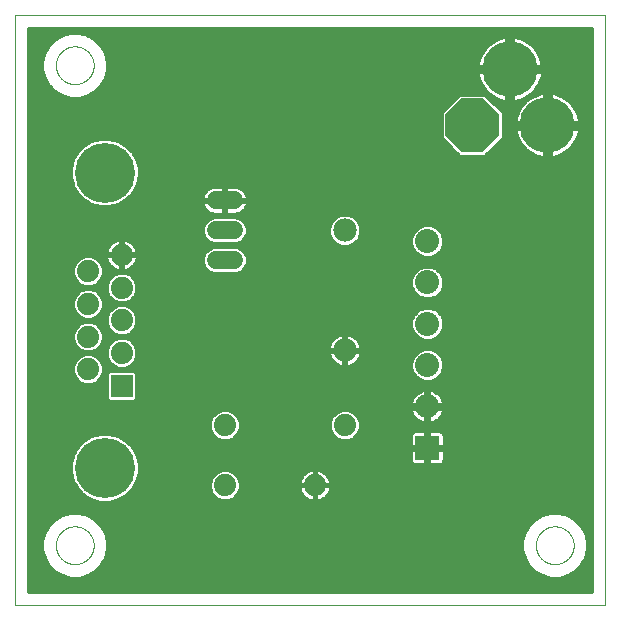
<source format=gbl>
G75*
%MOIN*%
%OFA0B0*%
%FSLAX25Y25*%
%IPPOS*%
%LPD*%
%AMOC8*
5,1,8,0,0,1.08239X$1,22.5*
%
%ADD10C,0.00000*%
%ADD11C,0.07400*%
%ADD12C,0.07800*%
%ADD13C,0.06000*%
%ADD14R,0.07400X0.07400*%
%ADD15C,0.20000*%
%ADD16R,0.08000X0.08000*%
%ADD17C,0.08000*%
%ADD18OC8,0.17717*%
%ADD19C,0.18504*%
%ADD20C,0.01600*%
D10*
X0033632Y0001800D02*
X0033632Y0198650D01*
X0230483Y0198650D01*
X0230483Y0001800D01*
X0033632Y0001800D01*
X0047333Y0021800D02*
X0047335Y0021958D01*
X0047341Y0022116D01*
X0047351Y0022274D01*
X0047365Y0022432D01*
X0047383Y0022589D01*
X0047404Y0022746D01*
X0047430Y0022902D01*
X0047460Y0023058D01*
X0047493Y0023213D01*
X0047531Y0023366D01*
X0047572Y0023519D01*
X0047617Y0023671D01*
X0047666Y0023822D01*
X0047719Y0023971D01*
X0047775Y0024119D01*
X0047835Y0024265D01*
X0047899Y0024410D01*
X0047967Y0024553D01*
X0048038Y0024695D01*
X0048112Y0024835D01*
X0048190Y0024972D01*
X0048272Y0025108D01*
X0048356Y0025242D01*
X0048445Y0025373D01*
X0048536Y0025502D01*
X0048631Y0025629D01*
X0048728Y0025754D01*
X0048829Y0025876D01*
X0048933Y0025995D01*
X0049040Y0026112D01*
X0049150Y0026226D01*
X0049263Y0026337D01*
X0049378Y0026446D01*
X0049496Y0026551D01*
X0049617Y0026653D01*
X0049740Y0026753D01*
X0049866Y0026849D01*
X0049994Y0026942D01*
X0050124Y0027032D01*
X0050257Y0027118D01*
X0050392Y0027202D01*
X0050528Y0027281D01*
X0050667Y0027358D01*
X0050808Y0027430D01*
X0050950Y0027500D01*
X0051094Y0027565D01*
X0051240Y0027627D01*
X0051387Y0027685D01*
X0051536Y0027740D01*
X0051686Y0027791D01*
X0051837Y0027838D01*
X0051989Y0027881D01*
X0052142Y0027920D01*
X0052297Y0027956D01*
X0052452Y0027987D01*
X0052608Y0028015D01*
X0052764Y0028039D01*
X0052921Y0028059D01*
X0053079Y0028075D01*
X0053236Y0028087D01*
X0053395Y0028095D01*
X0053553Y0028099D01*
X0053711Y0028099D01*
X0053869Y0028095D01*
X0054028Y0028087D01*
X0054185Y0028075D01*
X0054343Y0028059D01*
X0054500Y0028039D01*
X0054656Y0028015D01*
X0054812Y0027987D01*
X0054967Y0027956D01*
X0055122Y0027920D01*
X0055275Y0027881D01*
X0055427Y0027838D01*
X0055578Y0027791D01*
X0055728Y0027740D01*
X0055877Y0027685D01*
X0056024Y0027627D01*
X0056170Y0027565D01*
X0056314Y0027500D01*
X0056456Y0027430D01*
X0056597Y0027358D01*
X0056736Y0027281D01*
X0056872Y0027202D01*
X0057007Y0027118D01*
X0057140Y0027032D01*
X0057270Y0026942D01*
X0057398Y0026849D01*
X0057524Y0026753D01*
X0057647Y0026653D01*
X0057768Y0026551D01*
X0057886Y0026446D01*
X0058001Y0026337D01*
X0058114Y0026226D01*
X0058224Y0026112D01*
X0058331Y0025995D01*
X0058435Y0025876D01*
X0058536Y0025754D01*
X0058633Y0025629D01*
X0058728Y0025502D01*
X0058819Y0025373D01*
X0058908Y0025242D01*
X0058992Y0025108D01*
X0059074Y0024972D01*
X0059152Y0024835D01*
X0059226Y0024695D01*
X0059297Y0024553D01*
X0059365Y0024410D01*
X0059429Y0024265D01*
X0059489Y0024119D01*
X0059545Y0023971D01*
X0059598Y0023822D01*
X0059647Y0023671D01*
X0059692Y0023519D01*
X0059733Y0023366D01*
X0059771Y0023213D01*
X0059804Y0023058D01*
X0059834Y0022902D01*
X0059860Y0022746D01*
X0059881Y0022589D01*
X0059899Y0022432D01*
X0059913Y0022274D01*
X0059923Y0022116D01*
X0059929Y0021958D01*
X0059931Y0021800D01*
X0059929Y0021642D01*
X0059923Y0021484D01*
X0059913Y0021326D01*
X0059899Y0021168D01*
X0059881Y0021011D01*
X0059860Y0020854D01*
X0059834Y0020698D01*
X0059804Y0020542D01*
X0059771Y0020387D01*
X0059733Y0020234D01*
X0059692Y0020081D01*
X0059647Y0019929D01*
X0059598Y0019778D01*
X0059545Y0019629D01*
X0059489Y0019481D01*
X0059429Y0019335D01*
X0059365Y0019190D01*
X0059297Y0019047D01*
X0059226Y0018905D01*
X0059152Y0018765D01*
X0059074Y0018628D01*
X0058992Y0018492D01*
X0058908Y0018358D01*
X0058819Y0018227D01*
X0058728Y0018098D01*
X0058633Y0017971D01*
X0058536Y0017846D01*
X0058435Y0017724D01*
X0058331Y0017605D01*
X0058224Y0017488D01*
X0058114Y0017374D01*
X0058001Y0017263D01*
X0057886Y0017154D01*
X0057768Y0017049D01*
X0057647Y0016947D01*
X0057524Y0016847D01*
X0057398Y0016751D01*
X0057270Y0016658D01*
X0057140Y0016568D01*
X0057007Y0016482D01*
X0056872Y0016398D01*
X0056736Y0016319D01*
X0056597Y0016242D01*
X0056456Y0016170D01*
X0056314Y0016100D01*
X0056170Y0016035D01*
X0056024Y0015973D01*
X0055877Y0015915D01*
X0055728Y0015860D01*
X0055578Y0015809D01*
X0055427Y0015762D01*
X0055275Y0015719D01*
X0055122Y0015680D01*
X0054967Y0015644D01*
X0054812Y0015613D01*
X0054656Y0015585D01*
X0054500Y0015561D01*
X0054343Y0015541D01*
X0054185Y0015525D01*
X0054028Y0015513D01*
X0053869Y0015505D01*
X0053711Y0015501D01*
X0053553Y0015501D01*
X0053395Y0015505D01*
X0053236Y0015513D01*
X0053079Y0015525D01*
X0052921Y0015541D01*
X0052764Y0015561D01*
X0052608Y0015585D01*
X0052452Y0015613D01*
X0052297Y0015644D01*
X0052142Y0015680D01*
X0051989Y0015719D01*
X0051837Y0015762D01*
X0051686Y0015809D01*
X0051536Y0015860D01*
X0051387Y0015915D01*
X0051240Y0015973D01*
X0051094Y0016035D01*
X0050950Y0016100D01*
X0050808Y0016170D01*
X0050667Y0016242D01*
X0050528Y0016319D01*
X0050392Y0016398D01*
X0050257Y0016482D01*
X0050124Y0016568D01*
X0049994Y0016658D01*
X0049866Y0016751D01*
X0049740Y0016847D01*
X0049617Y0016947D01*
X0049496Y0017049D01*
X0049378Y0017154D01*
X0049263Y0017263D01*
X0049150Y0017374D01*
X0049040Y0017488D01*
X0048933Y0017605D01*
X0048829Y0017724D01*
X0048728Y0017846D01*
X0048631Y0017971D01*
X0048536Y0018098D01*
X0048445Y0018227D01*
X0048356Y0018358D01*
X0048272Y0018492D01*
X0048190Y0018628D01*
X0048112Y0018765D01*
X0048038Y0018905D01*
X0047967Y0019047D01*
X0047899Y0019190D01*
X0047835Y0019335D01*
X0047775Y0019481D01*
X0047719Y0019629D01*
X0047666Y0019778D01*
X0047617Y0019929D01*
X0047572Y0020081D01*
X0047531Y0020234D01*
X0047493Y0020387D01*
X0047460Y0020542D01*
X0047430Y0020698D01*
X0047404Y0020854D01*
X0047383Y0021011D01*
X0047365Y0021168D01*
X0047351Y0021326D01*
X0047341Y0021484D01*
X0047335Y0021642D01*
X0047333Y0021800D01*
X0207333Y0021800D02*
X0207335Y0021958D01*
X0207341Y0022116D01*
X0207351Y0022274D01*
X0207365Y0022432D01*
X0207383Y0022589D01*
X0207404Y0022746D01*
X0207430Y0022902D01*
X0207460Y0023058D01*
X0207493Y0023213D01*
X0207531Y0023366D01*
X0207572Y0023519D01*
X0207617Y0023671D01*
X0207666Y0023822D01*
X0207719Y0023971D01*
X0207775Y0024119D01*
X0207835Y0024265D01*
X0207899Y0024410D01*
X0207967Y0024553D01*
X0208038Y0024695D01*
X0208112Y0024835D01*
X0208190Y0024972D01*
X0208272Y0025108D01*
X0208356Y0025242D01*
X0208445Y0025373D01*
X0208536Y0025502D01*
X0208631Y0025629D01*
X0208728Y0025754D01*
X0208829Y0025876D01*
X0208933Y0025995D01*
X0209040Y0026112D01*
X0209150Y0026226D01*
X0209263Y0026337D01*
X0209378Y0026446D01*
X0209496Y0026551D01*
X0209617Y0026653D01*
X0209740Y0026753D01*
X0209866Y0026849D01*
X0209994Y0026942D01*
X0210124Y0027032D01*
X0210257Y0027118D01*
X0210392Y0027202D01*
X0210528Y0027281D01*
X0210667Y0027358D01*
X0210808Y0027430D01*
X0210950Y0027500D01*
X0211094Y0027565D01*
X0211240Y0027627D01*
X0211387Y0027685D01*
X0211536Y0027740D01*
X0211686Y0027791D01*
X0211837Y0027838D01*
X0211989Y0027881D01*
X0212142Y0027920D01*
X0212297Y0027956D01*
X0212452Y0027987D01*
X0212608Y0028015D01*
X0212764Y0028039D01*
X0212921Y0028059D01*
X0213079Y0028075D01*
X0213236Y0028087D01*
X0213395Y0028095D01*
X0213553Y0028099D01*
X0213711Y0028099D01*
X0213869Y0028095D01*
X0214028Y0028087D01*
X0214185Y0028075D01*
X0214343Y0028059D01*
X0214500Y0028039D01*
X0214656Y0028015D01*
X0214812Y0027987D01*
X0214967Y0027956D01*
X0215122Y0027920D01*
X0215275Y0027881D01*
X0215427Y0027838D01*
X0215578Y0027791D01*
X0215728Y0027740D01*
X0215877Y0027685D01*
X0216024Y0027627D01*
X0216170Y0027565D01*
X0216314Y0027500D01*
X0216456Y0027430D01*
X0216597Y0027358D01*
X0216736Y0027281D01*
X0216872Y0027202D01*
X0217007Y0027118D01*
X0217140Y0027032D01*
X0217270Y0026942D01*
X0217398Y0026849D01*
X0217524Y0026753D01*
X0217647Y0026653D01*
X0217768Y0026551D01*
X0217886Y0026446D01*
X0218001Y0026337D01*
X0218114Y0026226D01*
X0218224Y0026112D01*
X0218331Y0025995D01*
X0218435Y0025876D01*
X0218536Y0025754D01*
X0218633Y0025629D01*
X0218728Y0025502D01*
X0218819Y0025373D01*
X0218908Y0025242D01*
X0218992Y0025108D01*
X0219074Y0024972D01*
X0219152Y0024835D01*
X0219226Y0024695D01*
X0219297Y0024553D01*
X0219365Y0024410D01*
X0219429Y0024265D01*
X0219489Y0024119D01*
X0219545Y0023971D01*
X0219598Y0023822D01*
X0219647Y0023671D01*
X0219692Y0023519D01*
X0219733Y0023366D01*
X0219771Y0023213D01*
X0219804Y0023058D01*
X0219834Y0022902D01*
X0219860Y0022746D01*
X0219881Y0022589D01*
X0219899Y0022432D01*
X0219913Y0022274D01*
X0219923Y0022116D01*
X0219929Y0021958D01*
X0219931Y0021800D01*
X0219929Y0021642D01*
X0219923Y0021484D01*
X0219913Y0021326D01*
X0219899Y0021168D01*
X0219881Y0021011D01*
X0219860Y0020854D01*
X0219834Y0020698D01*
X0219804Y0020542D01*
X0219771Y0020387D01*
X0219733Y0020234D01*
X0219692Y0020081D01*
X0219647Y0019929D01*
X0219598Y0019778D01*
X0219545Y0019629D01*
X0219489Y0019481D01*
X0219429Y0019335D01*
X0219365Y0019190D01*
X0219297Y0019047D01*
X0219226Y0018905D01*
X0219152Y0018765D01*
X0219074Y0018628D01*
X0218992Y0018492D01*
X0218908Y0018358D01*
X0218819Y0018227D01*
X0218728Y0018098D01*
X0218633Y0017971D01*
X0218536Y0017846D01*
X0218435Y0017724D01*
X0218331Y0017605D01*
X0218224Y0017488D01*
X0218114Y0017374D01*
X0218001Y0017263D01*
X0217886Y0017154D01*
X0217768Y0017049D01*
X0217647Y0016947D01*
X0217524Y0016847D01*
X0217398Y0016751D01*
X0217270Y0016658D01*
X0217140Y0016568D01*
X0217007Y0016482D01*
X0216872Y0016398D01*
X0216736Y0016319D01*
X0216597Y0016242D01*
X0216456Y0016170D01*
X0216314Y0016100D01*
X0216170Y0016035D01*
X0216024Y0015973D01*
X0215877Y0015915D01*
X0215728Y0015860D01*
X0215578Y0015809D01*
X0215427Y0015762D01*
X0215275Y0015719D01*
X0215122Y0015680D01*
X0214967Y0015644D01*
X0214812Y0015613D01*
X0214656Y0015585D01*
X0214500Y0015561D01*
X0214343Y0015541D01*
X0214185Y0015525D01*
X0214028Y0015513D01*
X0213869Y0015505D01*
X0213711Y0015501D01*
X0213553Y0015501D01*
X0213395Y0015505D01*
X0213236Y0015513D01*
X0213079Y0015525D01*
X0212921Y0015541D01*
X0212764Y0015561D01*
X0212608Y0015585D01*
X0212452Y0015613D01*
X0212297Y0015644D01*
X0212142Y0015680D01*
X0211989Y0015719D01*
X0211837Y0015762D01*
X0211686Y0015809D01*
X0211536Y0015860D01*
X0211387Y0015915D01*
X0211240Y0015973D01*
X0211094Y0016035D01*
X0210950Y0016100D01*
X0210808Y0016170D01*
X0210667Y0016242D01*
X0210528Y0016319D01*
X0210392Y0016398D01*
X0210257Y0016482D01*
X0210124Y0016568D01*
X0209994Y0016658D01*
X0209866Y0016751D01*
X0209740Y0016847D01*
X0209617Y0016947D01*
X0209496Y0017049D01*
X0209378Y0017154D01*
X0209263Y0017263D01*
X0209150Y0017374D01*
X0209040Y0017488D01*
X0208933Y0017605D01*
X0208829Y0017724D01*
X0208728Y0017846D01*
X0208631Y0017971D01*
X0208536Y0018098D01*
X0208445Y0018227D01*
X0208356Y0018358D01*
X0208272Y0018492D01*
X0208190Y0018628D01*
X0208112Y0018765D01*
X0208038Y0018905D01*
X0207967Y0019047D01*
X0207899Y0019190D01*
X0207835Y0019335D01*
X0207775Y0019481D01*
X0207719Y0019629D01*
X0207666Y0019778D01*
X0207617Y0019929D01*
X0207572Y0020081D01*
X0207531Y0020234D01*
X0207493Y0020387D01*
X0207460Y0020542D01*
X0207430Y0020698D01*
X0207404Y0020854D01*
X0207383Y0021011D01*
X0207365Y0021168D01*
X0207351Y0021326D01*
X0207341Y0021484D01*
X0207335Y0021642D01*
X0207333Y0021800D01*
X0047333Y0181800D02*
X0047335Y0181958D01*
X0047341Y0182116D01*
X0047351Y0182274D01*
X0047365Y0182432D01*
X0047383Y0182589D01*
X0047404Y0182746D01*
X0047430Y0182902D01*
X0047460Y0183058D01*
X0047493Y0183213D01*
X0047531Y0183366D01*
X0047572Y0183519D01*
X0047617Y0183671D01*
X0047666Y0183822D01*
X0047719Y0183971D01*
X0047775Y0184119D01*
X0047835Y0184265D01*
X0047899Y0184410D01*
X0047967Y0184553D01*
X0048038Y0184695D01*
X0048112Y0184835D01*
X0048190Y0184972D01*
X0048272Y0185108D01*
X0048356Y0185242D01*
X0048445Y0185373D01*
X0048536Y0185502D01*
X0048631Y0185629D01*
X0048728Y0185754D01*
X0048829Y0185876D01*
X0048933Y0185995D01*
X0049040Y0186112D01*
X0049150Y0186226D01*
X0049263Y0186337D01*
X0049378Y0186446D01*
X0049496Y0186551D01*
X0049617Y0186653D01*
X0049740Y0186753D01*
X0049866Y0186849D01*
X0049994Y0186942D01*
X0050124Y0187032D01*
X0050257Y0187118D01*
X0050392Y0187202D01*
X0050528Y0187281D01*
X0050667Y0187358D01*
X0050808Y0187430D01*
X0050950Y0187500D01*
X0051094Y0187565D01*
X0051240Y0187627D01*
X0051387Y0187685D01*
X0051536Y0187740D01*
X0051686Y0187791D01*
X0051837Y0187838D01*
X0051989Y0187881D01*
X0052142Y0187920D01*
X0052297Y0187956D01*
X0052452Y0187987D01*
X0052608Y0188015D01*
X0052764Y0188039D01*
X0052921Y0188059D01*
X0053079Y0188075D01*
X0053236Y0188087D01*
X0053395Y0188095D01*
X0053553Y0188099D01*
X0053711Y0188099D01*
X0053869Y0188095D01*
X0054028Y0188087D01*
X0054185Y0188075D01*
X0054343Y0188059D01*
X0054500Y0188039D01*
X0054656Y0188015D01*
X0054812Y0187987D01*
X0054967Y0187956D01*
X0055122Y0187920D01*
X0055275Y0187881D01*
X0055427Y0187838D01*
X0055578Y0187791D01*
X0055728Y0187740D01*
X0055877Y0187685D01*
X0056024Y0187627D01*
X0056170Y0187565D01*
X0056314Y0187500D01*
X0056456Y0187430D01*
X0056597Y0187358D01*
X0056736Y0187281D01*
X0056872Y0187202D01*
X0057007Y0187118D01*
X0057140Y0187032D01*
X0057270Y0186942D01*
X0057398Y0186849D01*
X0057524Y0186753D01*
X0057647Y0186653D01*
X0057768Y0186551D01*
X0057886Y0186446D01*
X0058001Y0186337D01*
X0058114Y0186226D01*
X0058224Y0186112D01*
X0058331Y0185995D01*
X0058435Y0185876D01*
X0058536Y0185754D01*
X0058633Y0185629D01*
X0058728Y0185502D01*
X0058819Y0185373D01*
X0058908Y0185242D01*
X0058992Y0185108D01*
X0059074Y0184972D01*
X0059152Y0184835D01*
X0059226Y0184695D01*
X0059297Y0184553D01*
X0059365Y0184410D01*
X0059429Y0184265D01*
X0059489Y0184119D01*
X0059545Y0183971D01*
X0059598Y0183822D01*
X0059647Y0183671D01*
X0059692Y0183519D01*
X0059733Y0183366D01*
X0059771Y0183213D01*
X0059804Y0183058D01*
X0059834Y0182902D01*
X0059860Y0182746D01*
X0059881Y0182589D01*
X0059899Y0182432D01*
X0059913Y0182274D01*
X0059923Y0182116D01*
X0059929Y0181958D01*
X0059931Y0181800D01*
X0059929Y0181642D01*
X0059923Y0181484D01*
X0059913Y0181326D01*
X0059899Y0181168D01*
X0059881Y0181011D01*
X0059860Y0180854D01*
X0059834Y0180698D01*
X0059804Y0180542D01*
X0059771Y0180387D01*
X0059733Y0180234D01*
X0059692Y0180081D01*
X0059647Y0179929D01*
X0059598Y0179778D01*
X0059545Y0179629D01*
X0059489Y0179481D01*
X0059429Y0179335D01*
X0059365Y0179190D01*
X0059297Y0179047D01*
X0059226Y0178905D01*
X0059152Y0178765D01*
X0059074Y0178628D01*
X0058992Y0178492D01*
X0058908Y0178358D01*
X0058819Y0178227D01*
X0058728Y0178098D01*
X0058633Y0177971D01*
X0058536Y0177846D01*
X0058435Y0177724D01*
X0058331Y0177605D01*
X0058224Y0177488D01*
X0058114Y0177374D01*
X0058001Y0177263D01*
X0057886Y0177154D01*
X0057768Y0177049D01*
X0057647Y0176947D01*
X0057524Y0176847D01*
X0057398Y0176751D01*
X0057270Y0176658D01*
X0057140Y0176568D01*
X0057007Y0176482D01*
X0056872Y0176398D01*
X0056736Y0176319D01*
X0056597Y0176242D01*
X0056456Y0176170D01*
X0056314Y0176100D01*
X0056170Y0176035D01*
X0056024Y0175973D01*
X0055877Y0175915D01*
X0055728Y0175860D01*
X0055578Y0175809D01*
X0055427Y0175762D01*
X0055275Y0175719D01*
X0055122Y0175680D01*
X0054967Y0175644D01*
X0054812Y0175613D01*
X0054656Y0175585D01*
X0054500Y0175561D01*
X0054343Y0175541D01*
X0054185Y0175525D01*
X0054028Y0175513D01*
X0053869Y0175505D01*
X0053711Y0175501D01*
X0053553Y0175501D01*
X0053395Y0175505D01*
X0053236Y0175513D01*
X0053079Y0175525D01*
X0052921Y0175541D01*
X0052764Y0175561D01*
X0052608Y0175585D01*
X0052452Y0175613D01*
X0052297Y0175644D01*
X0052142Y0175680D01*
X0051989Y0175719D01*
X0051837Y0175762D01*
X0051686Y0175809D01*
X0051536Y0175860D01*
X0051387Y0175915D01*
X0051240Y0175973D01*
X0051094Y0176035D01*
X0050950Y0176100D01*
X0050808Y0176170D01*
X0050667Y0176242D01*
X0050528Y0176319D01*
X0050392Y0176398D01*
X0050257Y0176482D01*
X0050124Y0176568D01*
X0049994Y0176658D01*
X0049866Y0176751D01*
X0049740Y0176847D01*
X0049617Y0176947D01*
X0049496Y0177049D01*
X0049378Y0177154D01*
X0049263Y0177263D01*
X0049150Y0177374D01*
X0049040Y0177488D01*
X0048933Y0177605D01*
X0048829Y0177724D01*
X0048728Y0177846D01*
X0048631Y0177971D01*
X0048536Y0178098D01*
X0048445Y0178227D01*
X0048356Y0178358D01*
X0048272Y0178492D01*
X0048190Y0178628D01*
X0048112Y0178765D01*
X0048038Y0178905D01*
X0047967Y0179047D01*
X0047899Y0179190D01*
X0047835Y0179335D01*
X0047775Y0179481D01*
X0047719Y0179629D01*
X0047666Y0179778D01*
X0047617Y0179929D01*
X0047572Y0180081D01*
X0047531Y0180234D01*
X0047493Y0180387D01*
X0047460Y0180542D01*
X0047430Y0180698D01*
X0047404Y0180854D01*
X0047383Y0181011D01*
X0047365Y0181168D01*
X0047351Y0181326D01*
X0047341Y0181484D01*
X0047335Y0181642D01*
X0047333Y0181800D01*
D11*
X0069223Y0118611D03*
X0058042Y0113139D03*
X0069223Y0107706D03*
X0058042Y0102233D03*
X0069223Y0096800D03*
X0058042Y0091367D03*
X0069223Y0085894D03*
X0058042Y0080461D03*
X0103632Y0061800D03*
X0103632Y0041800D03*
X0133632Y0041800D03*
X0143632Y0061800D03*
D12*
X0143632Y0086800D03*
X0143632Y0126800D03*
D13*
X0106632Y0126800D02*
X0100632Y0126800D01*
X0100632Y0116800D02*
X0106632Y0116800D01*
X0106632Y0136800D02*
X0100632Y0136800D01*
D14*
X0069223Y0074989D03*
D15*
X0063632Y0047587D03*
X0063632Y0146013D03*
D16*
X0171132Y0054300D03*
D17*
X0171132Y0068080D03*
X0171132Y0081859D03*
X0171132Y0095639D03*
X0171132Y0109418D03*
X0171132Y0123198D03*
D18*
X0186132Y0161800D03*
D19*
X0198632Y0180550D03*
X0211132Y0161800D03*
D20*
X0210332Y0161651D02*
X0196591Y0161651D01*
X0196591Y0160053D02*
X0200207Y0160053D01*
X0200219Y0159946D02*
X0200496Y0158736D01*
X0200906Y0157564D01*
X0201444Y0156446D01*
X0202105Y0155394D01*
X0202878Y0154424D01*
X0203756Y0153546D01*
X0204727Y0152772D01*
X0205778Y0152112D01*
X0206896Y0151573D01*
X0208068Y0151163D01*
X0209278Y0150887D01*
X0210332Y0150768D01*
X0210332Y0161000D01*
X0200101Y0161000D01*
X0200219Y0159946D01*
X0200594Y0158454D02*
X0196591Y0158454D01*
X0196591Y0157468D02*
X0190464Y0151342D01*
X0181800Y0151342D01*
X0175674Y0157468D01*
X0175674Y0166132D01*
X0181800Y0172258D01*
X0190464Y0172258D01*
X0196591Y0166132D01*
X0196591Y0157468D01*
X0195978Y0156856D02*
X0201247Y0156856D01*
X0202214Y0155257D02*
X0194380Y0155257D01*
X0192781Y0153659D02*
X0203644Y0153659D01*
X0205885Y0152060D02*
X0191183Y0152060D01*
X0181082Y0152060D02*
X0073535Y0152060D01*
X0072915Y0153135D02*
X0070755Y0155295D01*
X0068110Y0156822D01*
X0065159Y0157613D01*
X0062105Y0157613D01*
X0059155Y0156822D01*
X0056510Y0155295D01*
X0054350Y0153135D01*
X0052823Y0150490D01*
X0052032Y0147540D01*
X0052032Y0144485D01*
X0052823Y0141535D01*
X0054350Y0138890D01*
X0056510Y0136730D01*
X0059155Y0135203D01*
X0062105Y0134413D01*
X0065159Y0134413D01*
X0068110Y0135203D01*
X0070755Y0136730D01*
X0072915Y0138890D01*
X0074442Y0141535D01*
X0075232Y0144485D01*
X0075232Y0147540D01*
X0074442Y0150490D01*
X0072915Y0153135D01*
X0072391Y0153659D02*
X0179483Y0153659D01*
X0177885Y0155257D02*
X0070793Y0155257D01*
X0067985Y0156856D02*
X0176286Y0156856D01*
X0175674Y0158454D02*
X0038432Y0158454D01*
X0038432Y0156856D02*
X0059280Y0156856D01*
X0056472Y0155257D02*
X0038432Y0155257D01*
X0038432Y0153659D02*
X0054873Y0153659D01*
X0053729Y0152060D02*
X0038432Y0152060D01*
X0038432Y0150462D02*
X0052815Y0150462D01*
X0052387Y0148863D02*
X0038432Y0148863D01*
X0038432Y0147265D02*
X0052032Y0147265D01*
X0052032Y0145666D02*
X0038432Y0145666D01*
X0038432Y0144068D02*
X0052144Y0144068D01*
X0052573Y0142469D02*
X0038432Y0142469D01*
X0038432Y0140870D02*
X0053207Y0140870D01*
X0054129Y0139272D02*
X0038432Y0139272D01*
X0038432Y0137673D02*
X0055567Y0137673D01*
X0057645Y0136075D02*
X0038432Y0136075D01*
X0038432Y0134476D02*
X0061867Y0134476D01*
X0065398Y0134476D02*
X0096429Y0134476D01*
X0096527Y0134284D02*
X0096971Y0133673D01*
X0097505Y0133139D01*
X0098117Y0132695D01*
X0098790Y0132352D01*
X0099508Y0132118D01*
X0100255Y0132000D01*
X0103432Y0132000D01*
X0103432Y0136600D01*
X0095832Y0136600D01*
X0095832Y0136422D01*
X0095950Y0135676D01*
X0096184Y0134957D01*
X0096527Y0134284D01*
X0095887Y0136075D02*
X0069620Y0136075D01*
X0071698Y0137673D02*
X0095911Y0137673D01*
X0095950Y0137924D02*
X0095832Y0137178D01*
X0095832Y0137000D01*
X0103432Y0137000D01*
X0103432Y0136600D01*
X0103832Y0136600D01*
X0103832Y0132000D01*
X0107010Y0132000D01*
X0107756Y0132118D01*
X0108475Y0132352D01*
X0109148Y0132695D01*
X0109759Y0133139D01*
X0110294Y0133673D01*
X0110738Y0134284D01*
X0111081Y0134957D01*
X0111314Y0135676D01*
X0111432Y0136422D01*
X0111432Y0136600D01*
X0103832Y0136600D01*
X0103832Y0137000D01*
X0103432Y0137000D01*
X0103432Y0141600D01*
X0100255Y0141600D01*
X0099508Y0141482D01*
X0098790Y0141248D01*
X0098117Y0140905D01*
X0097505Y0140461D01*
X0096971Y0139927D01*
X0096527Y0139316D01*
X0096184Y0138643D01*
X0095950Y0137924D01*
X0096505Y0139272D02*
X0073135Y0139272D01*
X0074058Y0140870D02*
X0098069Y0140870D01*
X0103432Y0140870D02*
X0103832Y0140870D01*
X0103832Y0141600D02*
X0103832Y0137000D01*
X0111432Y0137000D01*
X0111432Y0137178D01*
X0111314Y0137924D01*
X0111081Y0138643D01*
X0110738Y0139316D01*
X0110294Y0139927D01*
X0109759Y0140461D01*
X0109148Y0140905D01*
X0108475Y0141248D01*
X0107756Y0141482D01*
X0107010Y0141600D01*
X0103832Y0141600D01*
X0103832Y0139272D02*
X0103432Y0139272D01*
X0103432Y0137673D02*
X0103832Y0137673D01*
X0103832Y0136075D02*
X0103432Y0136075D01*
X0103432Y0134476D02*
X0103832Y0134476D01*
X0103832Y0132878D02*
X0103432Y0132878D01*
X0099717Y0131400D02*
X0098027Y0130700D01*
X0096733Y0129406D01*
X0096032Y0127715D01*
X0096032Y0125885D01*
X0096733Y0124194D01*
X0098027Y0122900D01*
X0099717Y0122200D01*
X0107547Y0122200D01*
X0109238Y0122900D01*
X0110532Y0124194D01*
X0111232Y0125885D01*
X0111232Y0127715D01*
X0110532Y0129406D01*
X0109238Y0130700D01*
X0107547Y0131400D01*
X0099717Y0131400D01*
X0099426Y0131279D02*
X0038432Y0131279D01*
X0038432Y0129681D02*
X0097008Y0129681D01*
X0096184Y0128082D02*
X0038432Y0128082D01*
X0038432Y0126484D02*
X0096032Y0126484D01*
X0096446Y0124885D02*
X0038432Y0124885D01*
X0038432Y0123287D02*
X0066301Y0123287D01*
X0066340Y0123315D02*
X0065640Y0122806D01*
X0065028Y0122194D01*
X0064519Y0121494D01*
X0064126Y0120722D01*
X0063858Y0119899D01*
X0063723Y0119044D01*
X0063723Y0118811D01*
X0069023Y0118811D01*
X0069023Y0124111D01*
X0068790Y0124111D01*
X0067935Y0123976D01*
X0067112Y0123708D01*
X0066340Y0123315D01*
X0064660Y0121688D02*
X0038432Y0121688D01*
X0038432Y0120090D02*
X0063920Y0120090D01*
X0063723Y0118411D02*
X0063723Y0118178D01*
X0063858Y0117323D01*
X0064126Y0116500D01*
X0064519Y0115728D01*
X0065028Y0115028D01*
X0065640Y0114416D01*
X0066340Y0113907D01*
X0067112Y0113514D01*
X0067935Y0113246D01*
X0068790Y0113111D01*
X0069023Y0113111D01*
X0069023Y0118411D01*
X0069423Y0118411D01*
X0069423Y0118811D01*
X0074723Y0118811D01*
X0074723Y0119044D01*
X0074587Y0119899D01*
X0074320Y0120722D01*
X0073927Y0121494D01*
X0073418Y0122194D01*
X0072806Y0122806D01*
X0072105Y0123315D01*
X0071334Y0123708D01*
X0070511Y0123976D01*
X0069656Y0124111D01*
X0069423Y0124111D01*
X0069423Y0118811D01*
X0069023Y0118811D01*
X0069023Y0118411D01*
X0063723Y0118411D01*
X0063998Y0116893D02*
X0061783Y0116893D01*
X0061044Y0117632D02*
X0059096Y0118439D01*
X0056987Y0118439D01*
X0055040Y0117632D01*
X0053549Y0116141D01*
X0052742Y0114193D01*
X0052742Y0112084D01*
X0053549Y0110136D01*
X0055040Y0108645D01*
X0056987Y0107839D01*
X0059096Y0107839D01*
X0061044Y0108645D01*
X0062535Y0110136D01*
X0063342Y0112084D01*
X0063342Y0114193D01*
X0062535Y0116141D01*
X0061044Y0117632D01*
X0062885Y0115294D02*
X0064834Y0115294D01*
X0063342Y0113696D02*
X0066755Y0113696D01*
X0068169Y0113005D02*
X0066221Y0112199D01*
X0064730Y0110708D01*
X0063923Y0108760D01*
X0063923Y0106651D01*
X0064730Y0104703D01*
X0066221Y0103212D01*
X0068169Y0102406D01*
X0070277Y0102406D01*
X0072225Y0103212D01*
X0073716Y0104703D01*
X0074523Y0106651D01*
X0074523Y0108760D01*
X0073716Y0110708D01*
X0072225Y0112199D01*
X0070277Y0113005D01*
X0068169Y0113005D01*
X0069023Y0113696D02*
X0069423Y0113696D01*
X0069423Y0113111D02*
X0069656Y0113111D01*
X0070511Y0113246D01*
X0071334Y0113514D01*
X0072105Y0113907D01*
X0072806Y0114416D01*
X0073418Y0115028D01*
X0073927Y0115728D01*
X0074320Y0116500D01*
X0074587Y0117323D01*
X0074723Y0118178D01*
X0074723Y0118411D01*
X0069423Y0118411D01*
X0069423Y0113111D01*
X0069423Y0115294D02*
X0069023Y0115294D01*
X0069023Y0116893D02*
X0069423Y0116893D01*
X0069423Y0118491D02*
X0096354Y0118491D01*
X0096032Y0117715D02*
X0096032Y0115885D01*
X0096733Y0114194D01*
X0098027Y0112900D01*
X0099717Y0112200D01*
X0107547Y0112200D01*
X0109238Y0112900D01*
X0110532Y0114194D01*
X0111232Y0115885D01*
X0111232Y0117715D01*
X0110532Y0119406D01*
X0109238Y0120700D01*
X0107547Y0121400D01*
X0099717Y0121400D01*
X0098027Y0120700D01*
X0096733Y0119406D01*
X0096032Y0117715D01*
X0096032Y0116893D02*
X0074448Y0116893D01*
X0073611Y0115294D02*
X0096277Y0115294D01*
X0097231Y0113696D02*
X0071691Y0113696D01*
X0072326Y0112097D02*
X0166181Y0112097D01*
X0166385Y0112590D02*
X0165532Y0110532D01*
X0165532Y0108304D01*
X0166385Y0106246D01*
X0167960Y0104671D01*
X0170018Y0103818D01*
X0172246Y0103818D01*
X0174304Y0104671D01*
X0175880Y0106246D01*
X0176732Y0108304D01*
X0176732Y0110532D01*
X0175880Y0112590D01*
X0174304Y0114166D01*
X0172246Y0115018D01*
X0170018Y0115018D01*
X0167960Y0114166D01*
X0166385Y0112590D01*
X0167490Y0113696D02*
X0110033Y0113696D01*
X0110988Y0115294D02*
X0225683Y0115294D01*
X0225683Y0113696D02*
X0174774Y0113696D01*
X0176084Y0112097D02*
X0225683Y0112097D01*
X0225683Y0110499D02*
X0176732Y0110499D01*
X0176732Y0108900D02*
X0225683Y0108900D01*
X0225683Y0107302D02*
X0176317Y0107302D01*
X0175337Y0105703D02*
X0225683Y0105703D01*
X0225683Y0104105D02*
X0172938Y0104105D01*
X0169326Y0104105D02*
X0073117Y0104105D01*
X0074130Y0105703D02*
X0166928Y0105703D01*
X0165948Y0107302D02*
X0074523Y0107302D01*
X0074465Y0108900D02*
X0165532Y0108900D01*
X0165532Y0110499D02*
X0073802Y0110499D01*
X0066119Y0112097D02*
X0063342Y0112097D01*
X0062685Y0110499D02*
X0064643Y0110499D01*
X0063981Y0108900D02*
X0061299Y0108900D01*
X0061044Y0106726D02*
X0059096Y0107533D01*
X0056987Y0107533D01*
X0055040Y0106726D01*
X0053549Y0105235D01*
X0052742Y0103287D01*
X0052742Y0101179D01*
X0053549Y0099231D01*
X0055040Y0097740D01*
X0056987Y0096933D01*
X0059096Y0096933D01*
X0061044Y0097740D01*
X0062535Y0099231D01*
X0063342Y0101179D01*
X0063342Y0103287D01*
X0062535Y0105235D01*
X0061044Y0106726D01*
X0062067Y0105703D02*
X0064316Y0105703D01*
X0063923Y0107302D02*
X0059654Y0107302D01*
X0056429Y0107302D02*
X0038432Y0107302D01*
X0038432Y0108900D02*
X0054785Y0108900D01*
X0053398Y0110499D02*
X0038432Y0110499D01*
X0038432Y0112097D02*
X0052742Y0112097D01*
X0052742Y0113696D02*
X0038432Y0113696D01*
X0038432Y0115294D02*
X0053198Y0115294D01*
X0054301Y0116893D02*
X0038432Y0116893D01*
X0038432Y0118491D02*
X0069023Y0118491D01*
X0069023Y0120090D02*
X0069423Y0120090D01*
X0069423Y0121688D02*
X0069023Y0121688D01*
X0069023Y0123287D02*
X0069423Y0123287D01*
X0072144Y0123287D02*
X0097640Y0123287D01*
X0097417Y0120090D02*
X0074525Y0120090D01*
X0073785Y0121688D02*
X0141601Y0121688D01*
X0142538Y0121300D02*
X0140517Y0122137D01*
X0138970Y0123684D01*
X0138132Y0125706D01*
X0138132Y0127894D01*
X0138970Y0129915D01*
X0140517Y0131463D01*
X0142538Y0132300D01*
X0144726Y0132300D01*
X0146748Y0131463D01*
X0148295Y0129915D01*
X0149132Y0127894D01*
X0149132Y0125706D01*
X0148295Y0123684D01*
X0146748Y0122137D01*
X0144726Y0121300D01*
X0142538Y0121300D01*
X0145664Y0121688D02*
X0165696Y0121688D01*
X0165532Y0122084D02*
X0166385Y0120025D01*
X0167960Y0118450D01*
X0170018Y0117598D01*
X0172246Y0117598D01*
X0174304Y0118450D01*
X0175880Y0120025D01*
X0176732Y0122084D01*
X0176732Y0124312D01*
X0175880Y0126370D01*
X0174304Y0127945D01*
X0172246Y0128798D01*
X0170018Y0128798D01*
X0167960Y0127945D01*
X0166385Y0126370D01*
X0165532Y0124312D01*
X0165532Y0122084D01*
X0165532Y0123287D02*
X0147897Y0123287D01*
X0148792Y0124885D02*
X0165770Y0124885D01*
X0166499Y0126484D02*
X0149132Y0126484D01*
X0149054Y0128082D02*
X0168292Y0128082D01*
X0173973Y0128082D02*
X0225683Y0128082D01*
X0225683Y0126484D02*
X0175766Y0126484D01*
X0176495Y0124885D02*
X0225683Y0124885D01*
X0225683Y0123287D02*
X0176732Y0123287D01*
X0176568Y0121688D02*
X0225683Y0121688D01*
X0225683Y0120090D02*
X0175906Y0120090D01*
X0174346Y0118491D02*
X0225683Y0118491D01*
X0225683Y0116893D02*
X0111232Y0116893D01*
X0110911Y0118491D02*
X0167919Y0118491D01*
X0166358Y0120090D02*
X0109848Y0120090D01*
X0109625Y0123287D02*
X0139367Y0123287D01*
X0138472Y0124885D02*
X0110818Y0124885D01*
X0111232Y0126484D02*
X0138132Y0126484D01*
X0138210Y0128082D02*
X0111080Y0128082D01*
X0110257Y0129681D02*
X0138872Y0129681D01*
X0140334Y0131279D02*
X0107838Y0131279D01*
X0109400Y0132878D02*
X0225683Y0132878D01*
X0225683Y0134476D02*
X0110836Y0134476D01*
X0111377Y0136075D02*
X0225683Y0136075D01*
X0225683Y0137673D02*
X0111354Y0137673D01*
X0110760Y0139272D02*
X0225683Y0139272D01*
X0225683Y0140870D02*
X0109196Y0140870D01*
X0097864Y0132878D02*
X0038432Y0132878D01*
X0038432Y0160053D02*
X0175674Y0160053D01*
X0175674Y0161651D02*
X0038432Y0161651D01*
X0038432Y0163250D02*
X0175674Y0163250D01*
X0175674Y0164848D02*
X0038432Y0164848D01*
X0038432Y0166447D02*
X0175989Y0166447D01*
X0177587Y0168045D02*
X0038432Y0168045D01*
X0038432Y0169644D02*
X0179186Y0169644D01*
X0180784Y0171242D02*
X0057114Y0171242D01*
X0057916Y0171457D02*
X0055094Y0170701D01*
X0052171Y0170701D01*
X0049348Y0171457D01*
X0046817Y0172918D01*
X0044751Y0174985D01*
X0043289Y0177516D01*
X0042533Y0180339D01*
X0042533Y0183261D01*
X0043289Y0186084D01*
X0044751Y0188615D01*
X0046817Y0190682D01*
X0049348Y0192143D01*
X0052171Y0192899D01*
X0055094Y0192899D01*
X0057916Y0192143D01*
X0060447Y0190682D01*
X0062514Y0188615D01*
X0063975Y0186084D01*
X0064731Y0183261D01*
X0064731Y0180339D01*
X0063975Y0177516D01*
X0062514Y0174985D01*
X0060447Y0172918D01*
X0057916Y0171457D01*
X0060313Y0172841D02*
X0190712Y0172841D01*
X0190378Y0173174D02*
X0191256Y0172296D01*
X0192227Y0171522D01*
X0193278Y0170862D01*
X0194396Y0170323D01*
X0195568Y0169913D01*
X0196778Y0169637D01*
X0197832Y0169518D01*
X0197832Y0179750D01*
X0187601Y0179750D01*
X0187719Y0178696D01*
X0187996Y0177486D01*
X0188406Y0176314D01*
X0188944Y0175196D01*
X0189605Y0174144D01*
X0190378Y0173174D01*
X0189419Y0174439D02*
X0061968Y0174439D01*
X0063122Y0176038D02*
X0188539Y0176038D01*
X0187961Y0177636D02*
X0064007Y0177636D01*
X0064436Y0179235D02*
X0187659Y0179235D01*
X0187601Y0181350D02*
X0197832Y0181350D01*
X0197832Y0179750D01*
X0199432Y0179750D01*
X0199432Y0169518D01*
X0200486Y0169637D01*
X0201697Y0169913D01*
X0202868Y0170323D01*
X0203987Y0170862D01*
X0205038Y0171522D01*
X0206008Y0172296D01*
X0206886Y0173174D01*
X0207660Y0174144D01*
X0208320Y0175196D01*
X0208859Y0176314D01*
X0209269Y0177486D01*
X0209545Y0178696D01*
X0209664Y0179750D01*
X0199432Y0179750D01*
X0199432Y0181350D01*
X0197832Y0181350D01*
X0197832Y0191582D01*
X0196778Y0191463D01*
X0195568Y0191187D01*
X0194396Y0190777D01*
X0193278Y0190238D01*
X0192227Y0189578D01*
X0191256Y0188804D01*
X0190378Y0187926D01*
X0189605Y0186956D01*
X0188944Y0185904D01*
X0188406Y0184786D01*
X0187996Y0183614D01*
X0187719Y0182404D01*
X0187601Y0181350D01*
X0187726Y0182432D02*
X0064731Y0182432D01*
X0064731Y0180833D02*
X0197832Y0180833D01*
X0197832Y0179235D02*
X0199432Y0179235D01*
X0199432Y0180833D02*
X0225683Y0180833D01*
X0225683Y0179235D02*
X0209606Y0179235D01*
X0209303Y0177636D02*
X0225683Y0177636D01*
X0225683Y0176038D02*
X0208726Y0176038D01*
X0207845Y0174439D02*
X0225683Y0174439D01*
X0225683Y0172841D02*
X0206553Y0172841D01*
X0206896Y0172027D02*
X0205778Y0171488D01*
X0204727Y0170828D01*
X0203756Y0170054D01*
X0202878Y0169176D01*
X0202105Y0168206D01*
X0201444Y0167154D01*
X0200906Y0166036D01*
X0200496Y0164864D01*
X0200219Y0163654D01*
X0200101Y0162600D01*
X0210332Y0162600D01*
X0210332Y0161000D01*
X0211932Y0161000D01*
X0211932Y0150768D01*
X0212986Y0150887D01*
X0214197Y0151163D01*
X0215368Y0151573D01*
X0216487Y0152112D01*
X0217538Y0152772D01*
X0218508Y0153546D01*
X0219386Y0154424D01*
X0220160Y0155394D01*
X0220820Y0156446D01*
X0221359Y0157564D01*
X0221769Y0158736D01*
X0222045Y0159946D01*
X0222164Y0161000D01*
X0211932Y0161000D01*
X0211932Y0162600D01*
X0210332Y0162600D01*
X0210332Y0172832D01*
X0209278Y0172713D01*
X0208068Y0172437D01*
X0206896Y0172027D01*
X0205386Y0171242D02*
X0204592Y0171242D01*
X0203346Y0169644D02*
X0200516Y0169644D01*
X0199432Y0169644D02*
X0197832Y0169644D01*
X0196749Y0169644D02*
X0193079Y0169644D01*
X0192672Y0171242D02*
X0191480Y0171242D01*
X0194677Y0168045D02*
X0202004Y0168045D01*
X0201103Y0166447D02*
X0196276Y0166447D01*
X0196591Y0164848D02*
X0200492Y0164848D01*
X0200174Y0163250D02*
X0196591Y0163250D01*
X0197832Y0171242D02*
X0199432Y0171242D01*
X0199432Y0172841D02*
X0197832Y0172841D01*
X0197832Y0174439D02*
X0199432Y0174439D01*
X0199432Y0176038D02*
X0197832Y0176038D01*
X0197832Y0177636D02*
X0199432Y0177636D01*
X0199432Y0181350D02*
X0209664Y0181350D01*
X0209545Y0182404D01*
X0209269Y0183614D01*
X0208859Y0184786D01*
X0208320Y0185904D01*
X0207660Y0186956D01*
X0206886Y0187926D01*
X0206008Y0188804D01*
X0205038Y0189578D01*
X0203987Y0190238D01*
X0202868Y0190777D01*
X0201697Y0191187D01*
X0200486Y0191463D01*
X0199432Y0191582D01*
X0199432Y0181350D01*
X0199432Y0182432D02*
X0197832Y0182432D01*
X0197832Y0184030D02*
X0199432Y0184030D01*
X0199432Y0185629D02*
X0197832Y0185629D01*
X0197832Y0187227D02*
X0199432Y0187227D01*
X0199432Y0188826D02*
X0197832Y0188826D01*
X0197832Y0190424D02*
X0199432Y0190424D01*
X0203600Y0190424D02*
X0225683Y0190424D01*
X0225683Y0188826D02*
X0205981Y0188826D01*
X0207443Y0187227D02*
X0225683Y0187227D01*
X0225683Y0185629D02*
X0208453Y0185629D01*
X0209124Y0184030D02*
X0225683Y0184030D01*
X0225683Y0182432D02*
X0209539Y0182432D01*
X0211932Y0172832D02*
X0211932Y0162600D01*
X0222164Y0162600D01*
X0222045Y0163654D01*
X0221769Y0164864D01*
X0221359Y0166036D01*
X0220820Y0167154D01*
X0220160Y0168206D01*
X0219386Y0169176D01*
X0218508Y0170054D01*
X0217538Y0170828D01*
X0216487Y0171488D01*
X0215368Y0172027D01*
X0214197Y0172437D01*
X0212986Y0172713D01*
X0211932Y0172832D01*
X0211932Y0171242D02*
X0210332Y0171242D01*
X0210332Y0169644D02*
X0211932Y0169644D01*
X0211932Y0168045D02*
X0210332Y0168045D01*
X0210332Y0166447D02*
X0211932Y0166447D01*
X0211932Y0164848D02*
X0210332Y0164848D01*
X0210332Y0163250D02*
X0211932Y0163250D01*
X0211932Y0161651D02*
X0225683Y0161651D01*
X0225683Y0160053D02*
X0222057Y0160053D01*
X0221671Y0158454D02*
X0225683Y0158454D01*
X0225683Y0156856D02*
X0221018Y0156856D01*
X0220050Y0155257D02*
X0225683Y0155257D01*
X0225683Y0153659D02*
X0218621Y0153659D01*
X0216379Y0152060D02*
X0225683Y0152060D01*
X0225683Y0150462D02*
X0074449Y0150462D01*
X0074878Y0148863D02*
X0225683Y0148863D01*
X0225683Y0147265D02*
X0075232Y0147265D01*
X0075232Y0145666D02*
X0225683Y0145666D01*
X0225683Y0144068D02*
X0075120Y0144068D01*
X0074692Y0142469D02*
X0225683Y0142469D01*
X0225683Y0131279D02*
X0146931Y0131279D01*
X0148392Y0129681D02*
X0225683Y0129681D01*
X0211932Y0152060D02*
X0210332Y0152060D01*
X0210332Y0153659D02*
X0211932Y0153659D01*
X0211932Y0155257D02*
X0210332Y0155257D01*
X0210332Y0156856D02*
X0211932Y0156856D01*
X0211932Y0158454D02*
X0210332Y0158454D01*
X0210332Y0160053D02*
X0211932Y0160053D01*
X0221161Y0166447D02*
X0225683Y0166447D01*
X0225683Y0168045D02*
X0220261Y0168045D01*
X0218918Y0169644D02*
X0225683Y0169644D01*
X0225683Y0171242D02*
X0216878Y0171242D01*
X0221773Y0164848D02*
X0225683Y0164848D01*
X0225683Y0163250D02*
X0222091Y0163250D01*
X0191284Y0188826D02*
X0062303Y0188826D01*
X0063315Y0187227D02*
X0189821Y0187227D01*
X0188811Y0185629D02*
X0064097Y0185629D01*
X0064525Y0184030D02*
X0188141Y0184030D01*
X0193664Y0190424D02*
X0060705Y0190424D01*
X0058124Y0192023D02*
X0225683Y0192023D01*
X0225683Y0193621D02*
X0038432Y0193621D01*
X0038432Y0193850D02*
X0225683Y0193850D01*
X0225683Y0006600D01*
X0038432Y0006600D01*
X0038432Y0193850D01*
X0038432Y0192023D02*
X0049140Y0192023D01*
X0046560Y0190424D02*
X0038432Y0190424D01*
X0038432Y0188826D02*
X0044961Y0188826D01*
X0043949Y0187227D02*
X0038432Y0187227D01*
X0038432Y0185629D02*
X0043167Y0185629D01*
X0042739Y0184030D02*
X0038432Y0184030D01*
X0038432Y0182432D02*
X0042533Y0182432D01*
X0042533Y0180833D02*
X0038432Y0180833D01*
X0038432Y0179235D02*
X0042829Y0179235D01*
X0043257Y0177636D02*
X0038432Y0177636D01*
X0038432Y0176038D02*
X0044143Y0176038D01*
X0045296Y0174439D02*
X0038432Y0174439D01*
X0038432Y0172841D02*
X0046952Y0172841D01*
X0050150Y0171242D02*
X0038432Y0171242D01*
X0038432Y0105703D02*
X0054017Y0105703D01*
X0053080Y0104105D02*
X0038432Y0104105D01*
X0038432Y0102506D02*
X0052742Y0102506D01*
X0052854Y0100908D02*
X0038432Y0100908D01*
X0038432Y0099309D02*
X0053516Y0099309D01*
X0055110Y0097711D02*
X0038432Y0097711D01*
X0038432Y0096112D02*
X0055648Y0096112D01*
X0055040Y0095860D02*
X0056987Y0096667D01*
X0059096Y0096667D01*
X0061044Y0095860D01*
X0062535Y0094369D01*
X0063342Y0092421D01*
X0063342Y0090313D01*
X0062535Y0088365D01*
X0061044Y0086874D01*
X0059096Y0086067D01*
X0056987Y0086067D01*
X0055040Y0086874D01*
X0053549Y0088365D01*
X0052742Y0090313D01*
X0052742Y0092421D01*
X0053549Y0094369D01*
X0055040Y0095860D01*
X0053693Y0094514D02*
X0038432Y0094514D01*
X0038432Y0092915D02*
X0052946Y0092915D01*
X0052742Y0091317D02*
X0038432Y0091317D01*
X0038432Y0089718D02*
X0052988Y0089718D01*
X0053794Y0088120D02*
X0038432Y0088120D01*
X0038432Y0086521D02*
X0055891Y0086521D01*
X0056987Y0085761D02*
X0055040Y0084955D01*
X0053549Y0083464D01*
X0052742Y0081516D01*
X0052742Y0079407D01*
X0053549Y0077459D01*
X0055040Y0075968D01*
X0056987Y0075161D01*
X0059096Y0075161D01*
X0061044Y0075968D01*
X0062535Y0077459D01*
X0063342Y0079407D01*
X0063342Y0081516D01*
X0062535Y0083464D01*
X0061044Y0084955D01*
X0059096Y0085761D01*
X0056987Y0085761D01*
X0055008Y0084923D02*
X0038432Y0084923D01*
X0038432Y0083324D02*
X0053491Y0083324D01*
X0052829Y0081726D02*
X0038432Y0081726D01*
X0038432Y0080127D02*
X0052742Y0080127D01*
X0053106Y0078529D02*
X0038432Y0078529D01*
X0038432Y0076930D02*
X0054078Y0076930D01*
X0056577Y0075332D02*
X0038432Y0075332D01*
X0038432Y0073733D02*
X0063923Y0073733D01*
X0063923Y0072134D02*
X0038432Y0072134D01*
X0038432Y0070536D02*
X0064013Y0070536D01*
X0063923Y0070626D02*
X0064860Y0069689D01*
X0073586Y0069689D01*
X0074523Y0070626D01*
X0074523Y0079352D01*
X0073586Y0080289D01*
X0064860Y0080289D01*
X0063923Y0079352D01*
X0063923Y0070626D01*
X0063923Y0075332D02*
X0059507Y0075332D01*
X0062006Y0076930D02*
X0063923Y0076930D01*
X0063923Y0078529D02*
X0062978Y0078529D01*
X0063342Y0080127D02*
X0064698Y0080127D01*
X0066221Y0081401D02*
X0064730Y0082892D01*
X0063923Y0084840D01*
X0063923Y0086949D01*
X0064730Y0088897D01*
X0066221Y0090388D01*
X0068169Y0091194D01*
X0070277Y0091194D01*
X0072225Y0090388D01*
X0073716Y0088897D01*
X0074523Y0086949D01*
X0074523Y0084840D01*
X0073716Y0082892D01*
X0072225Y0081401D01*
X0070277Y0080594D01*
X0068169Y0080594D01*
X0066221Y0081401D01*
X0065896Y0081726D02*
X0063255Y0081726D01*
X0062593Y0083324D02*
X0064551Y0083324D01*
X0063923Y0084923D02*
X0061076Y0084923D01*
X0060192Y0086521D02*
X0063923Y0086521D01*
X0064408Y0088120D02*
X0062290Y0088120D01*
X0063095Y0089718D02*
X0065551Y0089718D01*
X0066221Y0092307D02*
X0068169Y0091500D01*
X0070277Y0091500D01*
X0072225Y0092307D01*
X0073716Y0093798D01*
X0074523Y0095746D01*
X0074523Y0097854D01*
X0073716Y0099802D01*
X0072225Y0101293D01*
X0070277Y0102100D01*
X0068169Y0102100D01*
X0066221Y0101293D01*
X0064730Y0099802D01*
X0063923Y0097854D01*
X0063923Y0095746D01*
X0064730Y0093798D01*
X0066221Y0092307D01*
X0065612Y0092915D02*
X0063137Y0092915D01*
X0063342Y0091317D02*
X0140151Y0091317D01*
X0139919Y0091148D02*
X0139285Y0090513D01*
X0138757Y0089787D01*
X0138350Y0088988D01*
X0138073Y0088135D01*
X0137932Y0087249D01*
X0137932Y0086984D01*
X0143448Y0086984D01*
X0143448Y0086616D01*
X0137932Y0086616D01*
X0137932Y0086351D01*
X0138073Y0085465D01*
X0138350Y0084612D01*
X0138757Y0083813D01*
X0139285Y0083087D01*
X0139919Y0082452D01*
X0140645Y0081925D01*
X0141444Y0081518D01*
X0142298Y0081240D01*
X0143184Y0081100D01*
X0143448Y0081100D01*
X0143448Y0086616D01*
X0143817Y0086616D01*
X0143817Y0086984D01*
X0149332Y0086984D01*
X0149332Y0087249D01*
X0149192Y0088135D01*
X0148915Y0088988D01*
X0148507Y0089787D01*
X0147980Y0090513D01*
X0147346Y0091148D01*
X0146620Y0091675D01*
X0145820Y0092082D01*
X0144967Y0092360D01*
X0144081Y0092500D01*
X0143817Y0092500D01*
X0143817Y0086984D01*
X0143448Y0086984D01*
X0143448Y0092500D01*
X0143184Y0092500D01*
X0142298Y0092360D01*
X0141444Y0092082D01*
X0140645Y0091675D01*
X0139919Y0091148D01*
X0138722Y0089718D02*
X0072895Y0089718D01*
X0074038Y0088120D02*
X0138070Y0088120D01*
X0137932Y0086521D02*
X0074523Y0086521D01*
X0074523Y0084923D02*
X0138249Y0084923D01*
X0139112Y0083324D02*
X0073895Y0083324D01*
X0072549Y0081726D02*
X0141036Y0081726D01*
X0143448Y0081726D02*
X0143817Y0081726D01*
X0143817Y0081100D02*
X0144081Y0081100D01*
X0144967Y0081240D01*
X0145820Y0081518D01*
X0146620Y0081925D01*
X0147346Y0082452D01*
X0147980Y0083087D01*
X0148507Y0083813D01*
X0148915Y0084612D01*
X0149192Y0085465D01*
X0149332Y0086351D01*
X0149332Y0086616D01*
X0143817Y0086616D01*
X0143817Y0081100D01*
X0143817Y0083324D02*
X0143448Y0083324D01*
X0143448Y0084923D02*
X0143817Y0084923D01*
X0143817Y0086521D02*
X0143448Y0086521D01*
X0143448Y0088120D02*
X0143817Y0088120D01*
X0143817Y0089718D02*
X0143448Y0089718D01*
X0143448Y0091317D02*
X0143817Y0091317D01*
X0147113Y0091317D02*
X0167535Y0091317D01*
X0167960Y0090891D02*
X0170018Y0090039D01*
X0172246Y0090039D01*
X0174304Y0090891D01*
X0175880Y0092466D01*
X0176732Y0094525D01*
X0176732Y0096752D01*
X0175880Y0098811D01*
X0174304Y0100386D01*
X0172246Y0101239D01*
X0170018Y0101239D01*
X0167960Y0100386D01*
X0166385Y0098811D01*
X0165532Y0096752D01*
X0165532Y0094525D01*
X0166385Y0092466D01*
X0167960Y0090891D01*
X0166199Y0092915D02*
X0072833Y0092915D01*
X0074012Y0094514D02*
X0165537Y0094514D01*
X0165532Y0096112D02*
X0074523Y0096112D01*
X0074523Y0097711D02*
X0165929Y0097711D01*
X0166883Y0099309D02*
X0073920Y0099309D01*
X0072610Y0100908D02*
X0169220Y0100908D01*
X0173045Y0100908D02*
X0225683Y0100908D01*
X0225683Y0102506D02*
X0070520Y0102506D01*
X0067925Y0102506D02*
X0063342Y0102506D01*
X0063229Y0100908D02*
X0065835Y0100908D01*
X0064526Y0099309D02*
X0062567Y0099309D01*
X0063923Y0097711D02*
X0060973Y0097711D01*
X0060435Y0096112D02*
X0063923Y0096112D01*
X0064433Y0094514D02*
X0062390Y0094514D01*
X0063003Y0104105D02*
X0065328Y0104105D01*
X0073747Y0080127D02*
X0165788Y0080127D01*
X0165532Y0080745D02*
X0166385Y0078687D01*
X0167960Y0077112D01*
X0170018Y0076259D01*
X0172246Y0076259D01*
X0174304Y0077112D01*
X0175880Y0078687D01*
X0176732Y0080745D01*
X0176732Y0082973D01*
X0175880Y0085031D01*
X0174304Y0086606D01*
X0172246Y0087459D01*
X0170018Y0087459D01*
X0167960Y0086606D01*
X0166385Y0085031D01*
X0165532Y0082973D01*
X0165532Y0080745D01*
X0165532Y0081726D02*
X0146228Y0081726D01*
X0148152Y0083324D02*
X0165678Y0083324D01*
X0166340Y0084923D02*
X0149016Y0084923D01*
X0149332Y0086521D02*
X0167875Y0086521D01*
X0174390Y0086521D02*
X0225683Y0086521D01*
X0225683Y0084923D02*
X0175925Y0084923D01*
X0176587Y0083324D02*
X0225683Y0083324D01*
X0225683Y0081726D02*
X0176732Y0081726D01*
X0176476Y0080127D02*
X0225683Y0080127D01*
X0225683Y0078529D02*
X0175721Y0078529D01*
X0173866Y0076930D02*
X0225683Y0076930D01*
X0225683Y0075332D02*
X0074523Y0075332D01*
X0074523Y0076930D02*
X0168398Y0076930D01*
X0166543Y0078529D02*
X0074523Y0078529D01*
X0074523Y0073733D02*
X0169763Y0073733D01*
X0169774Y0073737D02*
X0168906Y0073455D01*
X0168092Y0073040D01*
X0167354Y0072504D01*
X0166708Y0071858D01*
X0166172Y0071119D01*
X0165757Y0070306D01*
X0165475Y0069438D01*
X0165332Y0068536D01*
X0165332Y0068461D01*
X0170751Y0068461D01*
X0170751Y0073880D01*
X0170676Y0073880D01*
X0169774Y0073737D01*
X0170751Y0073733D02*
X0171513Y0073733D01*
X0171513Y0073880D02*
X0171513Y0068461D01*
X0170751Y0068461D01*
X0170751Y0067698D01*
X0171513Y0067698D01*
X0171513Y0062280D01*
X0171589Y0062280D01*
X0172490Y0062422D01*
X0173359Y0062704D01*
X0174172Y0063119D01*
X0174911Y0063656D01*
X0175556Y0064301D01*
X0176093Y0065040D01*
X0176507Y0065853D01*
X0176789Y0066721D01*
X0176932Y0067623D01*
X0176932Y0067698D01*
X0171513Y0067698D01*
X0171513Y0068461D01*
X0176932Y0068461D01*
X0176932Y0068536D01*
X0176789Y0069438D01*
X0176507Y0070306D01*
X0176093Y0071119D01*
X0175556Y0071858D01*
X0174911Y0072504D01*
X0174172Y0073040D01*
X0173359Y0073455D01*
X0172490Y0073737D01*
X0171589Y0073880D01*
X0171513Y0073880D01*
X0172502Y0073733D02*
X0225683Y0073733D01*
X0225683Y0072134D02*
X0175280Y0072134D01*
X0176390Y0070536D02*
X0225683Y0070536D01*
X0225683Y0068937D02*
X0176869Y0068937D01*
X0176887Y0067339D02*
X0225683Y0067339D01*
X0225683Y0065740D02*
X0176450Y0065740D01*
X0175397Y0064142D02*
X0225683Y0064142D01*
X0225683Y0062543D02*
X0172863Y0062543D01*
X0171513Y0062543D02*
X0170751Y0062543D01*
X0170751Y0062280D02*
X0170751Y0067698D01*
X0165332Y0067698D01*
X0165332Y0067623D01*
X0165475Y0066721D01*
X0165757Y0065853D01*
X0166172Y0065040D01*
X0166708Y0064301D01*
X0167354Y0063656D01*
X0168092Y0063119D01*
X0168906Y0062704D01*
X0169774Y0062422D01*
X0170676Y0062280D01*
X0170751Y0062280D01*
X0169401Y0062543D02*
X0148932Y0062543D01*
X0148932Y0062854D02*
X0148125Y0064802D01*
X0146634Y0066293D01*
X0144687Y0067100D01*
X0142578Y0067100D01*
X0140630Y0066293D01*
X0139139Y0064802D01*
X0138332Y0062854D01*
X0138332Y0060746D01*
X0139139Y0058798D01*
X0140630Y0057307D01*
X0142578Y0056500D01*
X0144687Y0056500D01*
X0146634Y0057307D01*
X0148125Y0058798D01*
X0148932Y0060746D01*
X0148932Y0062854D01*
X0148399Y0064142D02*
X0166867Y0064142D01*
X0165815Y0065740D02*
X0147187Y0065740D01*
X0148932Y0060945D02*
X0225683Y0060945D01*
X0225683Y0059346D02*
X0176607Y0059346D01*
X0176573Y0059405D02*
X0176237Y0059740D01*
X0175827Y0059977D01*
X0175369Y0060100D01*
X0171513Y0060100D01*
X0171513Y0054681D01*
X0170751Y0054681D01*
X0170751Y0053919D01*
X0165332Y0053919D01*
X0165332Y0050063D01*
X0165455Y0049605D01*
X0165692Y0049195D01*
X0166027Y0048860D01*
X0166438Y0048623D01*
X0166895Y0048500D01*
X0170751Y0048500D01*
X0170751Y0053919D01*
X0171513Y0053919D01*
X0171513Y0048500D01*
X0175369Y0048500D01*
X0175827Y0048623D01*
X0176237Y0048860D01*
X0176573Y0049195D01*
X0176810Y0049605D01*
X0176932Y0050063D01*
X0176932Y0053919D01*
X0171513Y0053919D01*
X0171513Y0054681D01*
X0176932Y0054681D01*
X0176932Y0058537D01*
X0176810Y0058995D01*
X0176573Y0059405D01*
X0176932Y0057748D02*
X0225683Y0057748D01*
X0225683Y0056149D02*
X0176932Y0056149D01*
X0176932Y0052952D02*
X0225683Y0052952D01*
X0225683Y0051354D02*
X0176932Y0051354D01*
X0176850Y0049755D02*
X0225683Y0049755D01*
X0225683Y0048157D02*
X0075232Y0048157D01*
X0075232Y0049115D02*
X0074442Y0052065D01*
X0072915Y0054710D01*
X0070755Y0056870D01*
X0068110Y0058397D01*
X0065159Y0059187D01*
X0062105Y0059187D01*
X0059155Y0058397D01*
X0056510Y0056870D01*
X0054350Y0054710D01*
X0052823Y0052065D01*
X0052032Y0049115D01*
X0052032Y0046060D01*
X0052823Y0043110D01*
X0054350Y0040465D01*
X0056510Y0038305D01*
X0059155Y0036778D01*
X0062105Y0035987D01*
X0065159Y0035987D01*
X0068110Y0036778D01*
X0070755Y0038305D01*
X0072915Y0040465D01*
X0074442Y0043110D01*
X0075232Y0046060D01*
X0075232Y0049115D01*
X0075061Y0049755D02*
X0165415Y0049755D01*
X0165332Y0051354D02*
X0074632Y0051354D01*
X0073929Y0052952D02*
X0165332Y0052952D01*
X0165332Y0054681D02*
X0165332Y0058537D01*
X0165455Y0058995D01*
X0165692Y0059405D01*
X0166027Y0059740D01*
X0166438Y0059977D01*
X0166895Y0060100D01*
X0170751Y0060100D01*
X0170751Y0054681D01*
X0165332Y0054681D01*
X0165332Y0056149D02*
X0071475Y0056149D01*
X0073006Y0054551D02*
X0170751Y0054551D01*
X0171513Y0054551D02*
X0225683Y0054551D01*
X0225683Y0046558D02*
X0136408Y0046558D01*
X0136515Y0046504D02*
X0135744Y0046897D01*
X0134920Y0047165D01*
X0134065Y0047300D01*
X0133718Y0047300D01*
X0133718Y0041886D01*
X0133546Y0041886D01*
X0133546Y0041714D01*
X0128132Y0041714D01*
X0128132Y0041367D01*
X0128268Y0040512D01*
X0128535Y0039689D01*
X0128928Y0038917D01*
X0129437Y0038217D01*
X0130049Y0037605D01*
X0130750Y0037096D01*
X0131521Y0036703D01*
X0132344Y0036435D01*
X0133199Y0036300D01*
X0133546Y0036300D01*
X0133546Y0041714D01*
X0133718Y0041714D01*
X0133718Y0036300D01*
X0134065Y0036300D01*
X0134920Y0036435D01*
X0135744Y0036703D01*
X0136515Y0037096D01*
X0137215Y0037605D01*
X0137827Y0038217D01*
X0138336Y0038917D01*
X0138729Y0039689D01*
X0138997Y0040512D01*
X0139132Y0041367D01*
X0139132Y0041714D01*
X0133718Y0041714D01*
X0133718Y0041886D01*
X0139132Y0041886D01*
X0139132Y0042233D01*
X0138997Y0043088D01*
X0138729Y0043911D01*
X0138336Y0044683D01*
X0137827Y0045383D01*
X0137215Y0045995D01*
X0136515Y0046504D01*
X0138135Y0044960D02*
X0225683Y0044960D01*
X0225683Y0043361D02*
X0138908Y0043361D01*
X0138884Y0040164D02*
X0225683Y0040164D01*
X0225683Y0038566D02*
X0138081Y0038566D01*
X0136262Y0036967D02*
X0225683Y0036967D01*
X0225683Y0035369D02*
X0038432Y0035369D01*
X0038432Y0036967D02*
X0058827Y0036967D01*
X0056249Y0038566D02*
X0038432Y0038566D01*
X0038432Y0040164D02*
X0054651Y0040164D01*
X0053601Y0041763D02*
X0038432Y0041763D01*
X0038432Y0043361D02*
X0052755Y0043361D01*
X0052327Y0044960D02*
X0038432Y0044960D01*
X0038432Y0046558D02*
X0052032Y0046558D01*
X0052032Y0048157D02*
X0038432Y0048157D01*
X0038432Y0049755D02*
X0052204Y0049755D01*
X0052632Y0051354D02*
X0038432Y0051354D01*
X0038432Y0052952D02*
X0053335Y0052952D01*
X0054258Y0054551D02*
X0038432Y0054551D01*
X0038432Y0056149D02*
X0055789Y0056149D01*
X0058031Y0057748D02*
X0038432Y0057748D01*
X0038432Y0059346D02*
X0098912Y0059346D01*
X0099139Y0058798D02*
X0100630Y0057307D01*
X0102578Y0056500D01*
X0104687Y0056500D01*
X0106634Y0057307D01*
X0108125Y0058798D01*
X0108932Y0060746D01*
X0108932Y0062854D01*
X0108125Y0064802D01*
X0106634Y0066293D01*
X0104687Y0067100D01*
X0102578Y0067100D01*
X0100630Y0066293D01*
X0099139Y0064802D01*
X0098332Y0062854D01*
X0098332Y0060746D01*
X0099139Y0058798D01*
X0100189Y0057748D02*
X0069234Y0057748D01*
X0075232Y0046558D02*
X0101270Y0046558D01*
X0100630Y0046293D02*
X0102578Y0047100D01*
X0104687Y0047100D01*
X0106634Y0046293D01*
X0108125Y0044802D01*
X0108932Y0042854D01*
X0108932Y0040746D01*
X0108125Y0038798D01*
X0106634Y0037307D01*
X0104687Y0036500D01*
X0102578Y0036500D01*
X0100630Y0037307D01*
X0099139Y0038798D01*
X0098332Y0040746D01*
X0098332Y0042854D01*
X0099139Y0044802D01*
X0100630Y0046293D01*
X0099297Y0044960D02*
X0074937Y0044960D01*
X0074509Y0043361D02*
X0098542Y0043361D01*
X0098332Y0041763D02*
X0073664Y0041763D01*
X0072614Y0040164D02*
X0098573Y0040164D01*
X0099371Y0038566D02*
X0071016Y0038566D01*
X0068438Y0036967D02*
X0101450Y0036967D01*
X0105815Y0036967D02*
X0131002Y0036967D01*
X0129184Y0038566D02*
X0107893Y0038566D01*
X0108691Y0040164D02*
X0128381Y0040164D01*
X0128132Y0041886D02*
X0133546Y0041886D01*
X0133546Y0047300D01*
X0133199Y0047300D01*
X0132344Y0047165D01*
X0131521Y0046897D01*
X0130750Y0046504D01*
X0130049Y0045995D01*
X0129437Y0045383D01*
X0128928Y0044683D01*
X0128535Y0043911D01*
X0128268Y0043088D01*
X0128132Y0042233D01*
X0128132Y0041886D01*
X0128357Y0043361D02*
X0108722Y0043361D01*
X0108932Y0041763D02*
X0133546Y0041763D01*
X0133718Y0041763D02*
X0225683Y0041763D01*
X0225683Y0033770D02*
X0038432Y0033770D01*
X0038432Y0032172D02*
X0049456Y0032172D01*
X0049348Y0032143D02*
X0046817Y0030682D01*
X0044751Y0028615D01*
X0043289Y0026084D01*
X0042533Y0023261D01*
X0042533Y0020339D01*
X0043289Y0017516D01*
X0044751Y0014985D01*
X0046817Y0012918D01*
X0049348Y0011457D01*
X0052171Y0010701D01*
X0055094Y0010701D01*
X0057916Y0011457D01*
X0060447Y0012918D01*
X0062514Y0014985D01*
X0063975Y0017516D01*
X0064731Y0020339D01*
X0064731Y0023261D01*
X0063975Y0026084D01*
X0062514Y0028615D01*
X0060447Y0030682D01*
X0057916Y0032143D01*
X0055094Y0032899D01*
X0052171Y0032899D01*
X0049348Y0032143D01*
X0046709Y0030573D02*
X0038432Y0030573D01*
X0038432Y0028975D02*
X0045110Y0028975D01*
X0044035Y0027376D02*
X0038432Y0027376D01*
X0038432Y0025778D02*
X0043207Y0025778D01*
X0042779Y0024179D02*
X0038432Y0024179D01*
X0038432Y0022581D02*
X0042533Y0022581D01*
X0042533Y0020982D02*
X0038432Y0020982D01*
X0038432Y0019384D02*
X0042789Y0019384D01*
X0043217Y0017785D02*
X0038432Y0017785D01*
X0038432Y0016187D02*
X0044057Y0016187D01*
X0045148Y0014588D02*
X0038432Y0014588D01*
X0038432Y0012990D02*
X0046746Y0012990D01*
X0049595Y0011391D02*
X0038432Y0011391D01*
X0038432Y0009793D02*
X0225683Y0009793D01*
X0225683Y0011391D02*
X0217670Y0011391D01*
X0217916Y0011457D02*
X0220447Y0012918D01*
X0222514Y0014985D01*
X0223975Y0017516D01*
X0224731Y0020339D01*
X0224731Y0023261D01*
X0223975Y0026084D01*
X0222514Y0028615D01*
X0220447Y0030682D01*
X0217916Y0032143D01*
X0215094Y0032899D01*
X0212171Y0032899D01*
X0209348Y0032143D01*
X0206817Y0030682D01*
X0204751Y0028615D01*
X0203289Y0026084D01*
X0202533Y0023261D01*
X0202533Y0020339D01*
X0203289Y0017516D01*
X0204751Y0014985D01*
X0206817Y0012918D01*
X0209348Y0011457D01*
X0212171Y0010701D01*
X0215094Y0010701D01*
X0217916Y0011457D01*
X0220519Y0012990D02*
X0225683Y0012990D01*
X0225683Y0014588D02*
X0222117Y0014588D01*
X0223208Y0016187D02*
X0225683Y0016187D01*
X0225683Y0017785D02*
X0224047Y0017785D01*
X0224476Y0019384D02*
X0225683Y0019384D01*
X0225683Y0020982D02*
X0224731Y0020982D01*
X0224731Y0022581D02*
X0225683Y0022581D01*
X0225683Y0024179D02*
X0224486Y0024179D01*
X0224057Y0025778D02*
X0225683Y0025778D01*
X0225683Y0027376D02*
X0223229Y0027376D01*
X0222154Y0028975D02*
X0225683Y0028975D01*
X0225683Y0030573D02*
X0220556Y0030573D01*
X0217809Y0032172D02*
X0225683Y0032172D01*
X0209456Y0032172D02*
X0057809Y0032172D01*
X0060556Y0030573D02*
X0206709Y0030573D01*
X0205110Y0028975D02*
X0062154Y0028975D01*
X0063229Y0027376D02*
X0204035Y0027376D01*
X0203207Y0025778D02*
X0064057Y0025778D01*
X0064486Y0024179D02*
X0202779Y0024179D01*
X0202533Y0022581D02*
X0064731Y0022581D01*
X0064731Y0020982D02*
X0202533Y0020982D01*
X0202789Y0019384D02*
X0064476Y0019384D01*
X0064047Y0017785D02*
X0203217Y0017785D01*
X0204057Y0016187D02*
X0063208Y0016187D01*
X0062117Y0014588D02*
X0205148Y0014588D01*
X0206746Y0012990D02*
X0060519Y0012990D01*
X0057670Y0011391D02*
X0209595Y0011391D01*
X0225683Y0008194D02*
X0038432Y0008194D01*
X0038432Y0060945D02*
X0098332Y0060945D01*
X0098332Y0062543D02*
X0038432Y0062543D01*
X0038432Y0064142D02*
X0098866Y0064142D01*
X0100077Y0065740D02*
X0038432Y0065740D01*
X0038432Y0067339D02*
X0165377Y0067339D01*
X0165396Y0068937D02*
X0038432Y0068937D01*
X0074433Y0070536D02*
X0165874Y0070536D01*
X0166985Y0072134D02*
X0074523Y0072134D01*
X0105994Y0046558D02*
X0130856Y0046558D01*
X0129130Y0044960D02*
X0107968Y0044960D01*
X0107076Y0057748D02*
X0140189Y0057748D01*
X0138912Y0059346D02*
X0108353Y0059346D01*
X0108932Y0060945D02*
X0138332Y0060945D01*
X0138332Y0062543D02*
X0108932Y0062543D01*
X0108399Y0064142D02*
X0138866Y0064142D01*
X0140077Y0065740D02*
X0107187Y0065740D01*
X0133546Y0046558D02*
X0133718Y0046558D01*
X0133718Y0044960D02*
X0133546Y0044960D01*
X0133546Y0043361D02*
X0133718Y0043361D01*
X0133718Y0040164D02*
X0133546Y0040164D01*
X0133546Y0038566D02*
X0133718Y0038566D01*
X0133718Y0036967D02*
X0133546Y0036967D01*
X0147076Y0057748D02*
X0165332Y0057748D01*
X0165658Y0059346D02*
X0148353Y0059346D01*
X0170751Y0059346D02*
X0171513Y0059346D01*
X0171513Y0057748D02*
X0170751Y0057748D01*
X0170751Y0056149D02*
X0171513Y0056149D01*
X0171513Y0052952D02*
X0170751Y0052952D01*
X0170751Y0051354D02*
X0171513Y0051354D01*
X0171513Y0049755D02*
X0170751Y0049755D01*
X0170751Y0064142D02*
X0171513Y0064142D01*
X0171513Y0065740D02*
X0170751Y0065740D01*
X0170751Y0067339D02*
X0171513Y0067339D01*
X0171513Y0068937D02*
X0170751Y0068937D01*
X0170751Y0070536D02*
X0171513Y0070536D01*
X0171513Y0072134D02*
X0170751Y0072134D01*
X0174730Y0091317D02*
X0225683Y0091317D01*
X0225683Y0092915D02*
X0176066Y0092915D01*
X0176728Y0094514D02*
X0225683Y0094514D01*
X0225683Y0096112D02*
X0176732Y0096112D01*
X0176335Y0097711D02*
X0225683Y0097711D01*
X0225683Y0099309D02*
X0175381Y0099309D01*
X0149194Y0088120D02*
X0225683Y0088120D01*
X0225683Y0089718D02*
X0148543Y0089718D01*
M02*

</source>
